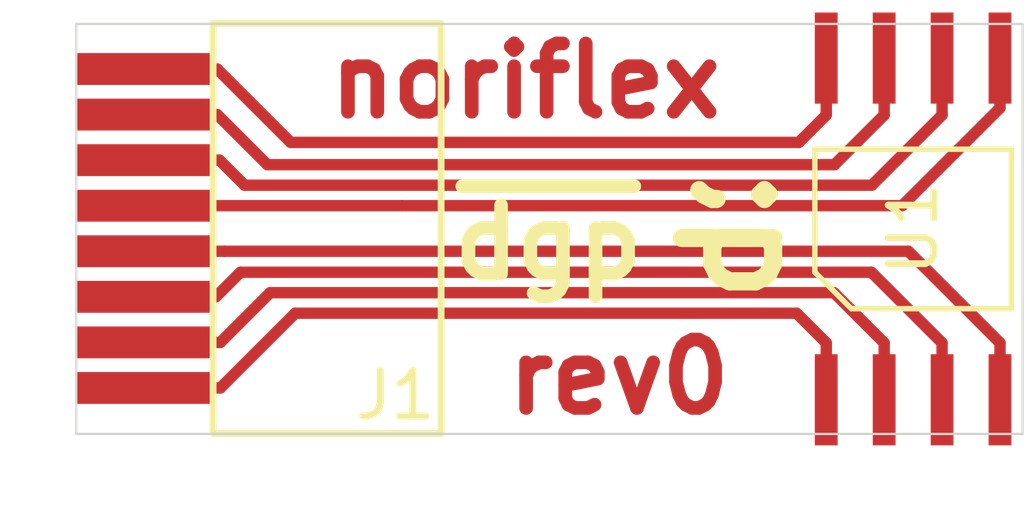
<source format=kicad_pcb>
(kicad_pcb (version 20171130) (host pcbnew 5.1.5+dfsg1-2+b1)

  (general
    (thickness 0.1)
    (drawings 8)
    (tracks 38)
    (zones 0)
    (modules 2)
    (nets 9)
  )

  (page A4)
  (layers
    (0 F.Cu signal)
    (31 B.Cu signal)
    (32 B.Adhes user)
    (33 F.Adhes user)
    (34 B.Paste user)
    (35 F.Paste user)
    (36 B.SilkS user)
    (37 F.SilkS user)
    (38 B.Mask user)
    (39 F.Mask user)
    (40 Dwgs.User user)
    (41 Cmts.User user)
    (42 Eco1.User user)
    (43 Eco2.User user)
    (44 Edge.Cuts user)
    (45 Margin user)
    (46 B.CrtYd user)
    (47 F.CrtYd user)
    (48 B.Fab user)
    (49 F.Fab user)
  )

  (setup
    (last_trace_width 0.25)
    (trace_clearance 0.2)
    (zone_clearance 0.508)
    (zone_45_only no)
    (trace_min 0.2)
    (via_size 0.8)
    (via_drill 0.4)
    (via_min_size 0.4)
    (via_min_drill 0.3)
    (uvia_size 0.3)
    (uvia_drill 0.1)
    (uvias_allowed no)
    (uvia_min_size 0.2)
    (uvia_min_drill 0.1)
    (edge_width 0.05)
    (segment_width 0.2)
    (pcb_text_width 0.3)
    (pcb_text_size 1.5 1.5)
    (mod_edge_width 0.12)
    (mod_text_size 1 1)
    (mod_text_width 0.15)
    (pad_size 1.524 1.524)
    (pad_drill 0.762)
    (pad_to_mask_clearance 0)
    (aux_axis_origin 0 0)
    (visible_elements FFFFFF7F)
    (pcbplotparams
      (layerselection 0x010f0_ffffffff)
      (usegerberextensions false)
      (usegerberattributes false)
      (usegerberadvancedattributes false)
      (creategerberjobfile false)
      (excludeedgelayer true)
      (linewidth 0.150000)
      (plotframeref false)
      (viasonmask false)
      (mode 1)
      (useauxorigin false)
      (hpglpennumber 1)
      (hpglpenspeed 20)
      (hpglpendiameter 15.000000)
      (psnegative false)
      (psa4output false)
      (plotreference true)
      (plotvalue true)
      (plotinvisibletext false)
      (padsonsilk false)
      (subtractmaskfromsilk false)
      (outputformat 1)
      (mirror false)
      (drillshape 0)
      (scaleselection 1)
      (outputdirectory "gerbers/"))
  )

  (net 0 "")
  (net 1 "Net-(J1-Pad4)")
  (net 2 "Net-(J1-Pad5)")
  (net 3 "Net-(J1-Pad3)")
  (net 4 "Net-(J1-Pad6)")
  (net 5 "Net-(J1-Pad2)")
  (net 6 "Net-(J1-Pad7)")
  (net 7 "Net-(J1-Pad1)")
  (net 8 "Net-(J1-Pad8)")

  (net_class Default "This is the default net class."
    (clearance 0.2)
    (trace_width 0.25)
    (via_dia 0.8)
    (via_drill 0.4)
    (uvia_dia 0.3)
    (uvia_drill 0.1)
    (add_net "Net-(J1-Pad1)")
    (add_net "Net-(J1-Pad2)")
    (add_net "Net-(J1-Pad3)")
    (add_net "Net-(J1-Pad4)")
    (add_net "Net-(J1-Pad5)")
    (add_net "Net-(J1-Pad6)")
    (add_net "Net-(J1-Pad7)")
    (add_net "Net-(J1-Pad8)")
  )

  (module fpcedge:1mm8p (layer F.Cu) (tedit 5E7E0DCC) (tstamp 5E7DADFA)
    (at 103.15 91.44 180)
    (path /5E7D57C1)
    (fp_text reference J1 (at -4 -3.66 180) (layer F.SilkS)
      (effects (font (size 1 1) (thickness 0.15)))
    )
    (fp_text value Conn_01x08 (at 0 -5.6 180) (layer F.Fab)
      (effects (font (size 1 1) (thickness 0.15)))
    )
    (fp_line (start 0 -4.5) (end 0 4.5) (layer F.SilkS) (width 0.15))
    (fp_line (start 0 4.5) (end -5 4.5) (layer F.SilkS) (width 0.15))
    (fp_line (start 0 -4.5) (end -5 -4.5) (layer F.SilkS) (width 0.15))
    (fp_line (start -5 -4.5) (end -5 4.5) (layer F.SilkS) (width 0.15))
    (pad 8 smd rect (at 1.5 3.5 90) (size 0.7 3) (layers F.Cu F.Paste F.Mask)
      (net 8 "Net-(J1-Pad8)"))
    (pad 7 smd rect (at 1.5 2.5 90) (size 0.7 3) (layers F.Cu F.Paste F.Mask)
      (net 6 "Net-(J1-Pad7)"))
    (pad 6 smd rect (at 1.5 1.5 90) (size 0.7 3) (layers F.Cu F.Paste F.Mask)
      (net 4 "Net-(J1-Pad6)"))
    (pad 5 smd rect (at 1.5 0.5 90) (size 0.7 3) (layers F.Cu F.Paste F.Mask)
      (net 2 "Net-(J1-Pad5)"))
    (pad 4 smd rect (at 1.5 -0.5 90) (size 0.7 3) (layers F.Cu F.Paste F.Mask)
      (net 1 "Net-(J1-Pad4)"))
    (pad 3 smd rect (at 1.5 -1.5 90) (size 0.7 3) (layers F.Cu F.Paste F.Mask)
      (net 3 "Net-(J1-Pad3)"))
    (pad 2 smd rect (at 1.5 -2.5 90) (size 0.7 3) (layers F.Cu F.Paste F.Mask)
      (net 5 "Net-(J1-Pad2)"))
    (pad 1 smd rect (at 1.5 -3.5 90) (size 0.7 3) (layers F.Cu F.Paste F.Mask)
      (net 7 "Net-(J1-Pad1)"))
  )

  (module noriflex:norsolderdown (layer F.Cu) (tedit 5E7D4A0C) (tstamp 5E7D9B55)
    (at 118.5 91.45)
    (path /5E7D4814)
    (attr smd)
    (fp_text reference U1 (at 0 0 90) (layer F.SilkS)
      (effects (font (size 1 1) (thickness 0.15)))
    )
    (fp_text value spinor (at 0 0) (layer F.Fab)
      (effects (font (size 1 1) (thickness 0.15)))
    )
    (fp_line (start -2.4 5) (end -2.4 -5) (layer F.CrtYd) (width 0.05))
    (fp_line (start 2.4 5) (end -2.4 5) (layer F.CrtYd) (width 0.05))
    (fp_line (start 2.4 -5) (end 2.4 5) (layer F.CrtYd) (width 0.05))
    (fp_line (start -2.4 -5) (end 2.4 -5) (layer F.CrtYd) (width 0.05))
    (fp_line (start 2.155 1.75) (end -1.355 1.75) (layer F.SilkS) (width 0.12))
    (fp_line (start 2.155 -1.75) (end 2.155 1.75) (layer F.SilkS) (width 0.12))
    (fp_line (start -2.155 -1.75) (end 2.155 -1.75) (layer F.SilkS) (width 0.12))
    (fp_line (start -2.155 0.95) (end -2.155 -1.75) (layer F.SilkS) (width 0.12))
    (fp_line (start -1.355 1.75) (end -2.155 0.95) (layer F.SilkS) (width 0.12))
    (pad 4 smd rect (at 1.905 3.75) (size 0.5 2) (layers F.Cu F.Paste F.Mask)
      (net 1 "Net-(J1-Pad4)"))
    (pad 5 smd rect (at 1.905 -3.75) (size 0.5 2) (layers F.Cu F.Paste F.Mask)
      (net 2 "Net-(J1-Pad5)"))
    (pad 3 smd rect (at 0.635 3.75) (size 0.5 2) (layers F.Cu F.Paste F.Mask)
      (net 3 "Net-(J1-Pad3)"))
    (pad 6 smd rect (at 0.635 -3.75) (size 0.5 2) (layers F.Cu F.Paste F.Mask)
      (net 4 "Net-(J1-Pad6)"))
    (pad 2 smd rect (at -0.635 3.75) (size 0.5 2) (layers F.Cu F.Paste F.Mask)
      (net 5 "Net-(J1-Pad2)"))
    (pad 7 smd rect (at -0.635 -3.75) (size 0.5 2) (layers F.Cu F.Paste F.Mask)
      (net 6 "Net-(J1-Pad7)"))
    (pad 1 smd rect (at -1.905 3.75) (size 0.5 2) (layers F.Cu F.Paste F.Mask)
      (net 7 "Net-(J1-Pad1)"))
    (pad 8 smd rect (at -1.905 -3.75) (size 0.5 2) (layers F.Cu F.Paste F.Mask)
      (net 8 "Net-(J1-Pad8)"))
  )

  (gr_text ;p (at 115 91.6 270) (layer F.SilkS)
    (effects (font (size 2 2) (thickness 0.4)))
  )
  (gr_text ~dgp (at 110.5 91.75) (layer F.SilkS)
    (effects (font (size 1.5 1.5) (thickness 0.3)))
  )
  (gr_text rev0 (at 112.05 94.7) (layer F.Cu)
    (effects (font (size 1.5 1.5) (thickness 0.3)))
  )
  (gr_text noriflex (at 110 88.2) (layer F.Cu)
    (effects (font (size 1.5 1.5) (thickness 0.3)))
  )
  (gr_line (start 120.9 86.95) (end 120.9 95.95) (layer Edge.Cuts) (width 0.05) (tstamp 5E7E0AF4))
  (gr_line (start 100.15 86.95) (end 120.9 86.95) (layer Edge.Cuts) (width 0.05))
  (gr_line (start 100.15 95.95) (end 120.9 95.95) (layer Edge.Cuts) (width 0.05))
  (gr_line (start 100.15 86.95) (end 100.15 95.95) (layer Edge.Cuts) (width 0.05))

  (segment (start 103.4 91.94) (end 101.65 91.94) (width 0.25) (layer F.Cu) (net 1))
  (segment (start 118.395 91.94) (end 103.4 91.94) (width 0.25) (layer F.Cu) (net 1))
  (segment (start 120.405 93.95) (end 118.395 91.94) (width 0.25) (layer F.Cu) (net 1))
  (segment (start 120.405 95.2) (end 120.405 93.95) (width 0.25) (layer F.Cu) (net 1))
  (segment (start 107.29 90.94) (end 101.65 90.94) (width 0.25) (layer F.Cu) (net 2))
  (segment (start 120.405 88.795) (end 118.26 90.94) (width 0.25) (layer F.Cu) (net 2))
  (segment (start 120.405 87.7) (end 120.405 88.795) (width 0.25) (layer F.Cu) (net 2))
  (segment (start 118.26 90.94) (end 107.29 90.94) (width 0.25) (layer F.Cu) (net 2))
  (segment (start 103.21 92.94) (end 101.65 92.94) (width 0.25) (layer F.Cu) (net 3))
  (segment (start 103.750022 92.399978) (end 103.21 92.94) (width 0.25) (layer F.Cu) (net 3))
  (segment (start 117.584978 92.399978) (end 103.750022 92.399978) (width 0.25) (layer F.Cu) (net 3))
  (segment (start 119.135 93.95) (end 117.584978 92.399978) (width 0.25) (layer F.Cu) (net 3))
  (segment (start 119.135 95.2) (end 119.135 93.95) (width 0.25) (layer F.Cu) (net 3))
  (segment (start 103.29 89.94) (end 101.65 89.94) (width 0.25) (layer F.Cu) (net 4))
  (segment (start 103.839989 90.489989) (end 103.29 89.94) (width 0.25) (layer F.Cu) (net 4))
  (segment (start 117.595011 90.489989) (end 103.839989 90.489989) (width 0.25) (layer F.Cu) (net 4))
  (segment (start 119.135 88.95) (end 117.595011 90.489989) (width 0.25) (layer F.Cu) (net 4))
  (segment (start 119.135 87.7) (end 119.135 88.95) (width 0.25) (layer F.Cu) (net 4))
  (segment (start 117.865 93.95) (end 117.865 95.2) (width 0.25) (layer F.Cu) (net 5))
  (segment (start 116.764989 92.849989) (end 117.865 93.95) (width 0.25) (layer F.Cu) (net 5))
  (segment (start 104.400011 92.849989) (end 116.764989 92.849989) (width 0.25) (layer F.Cu) (net 5))
  (segment (start 103.31 93.94) (end 104.400011 92.849989) (width 0.25) (layer F.Cu) (net 5))
  (segment (start 101.65 93.94) (end 103.31 93.94) (width 0.25) (layer F.Cu) (net 5))
  (segment (start 103.24 88.94) (end 101.65 88.94) (width 0.25) (layer F.Cu) (net 6))
  (segment (start 104.339978 90.039978) (end 103.24 88.94) (width 0.25) (layer F.Cu) (net 6))
  (segment (start 116.775022 90.039978) (end 104.339978 90.039978) (width 0.25) (layer F.Cu) (net 6))
  (segment (start 117.865 88.95) (end 116.775022 90.039978) (width 0.25) (layer F.Cu) (net 6))
  (segment (start 117.865 87.7) (end 117.865 88.95) (width 0.25) (layer F.Cu) (net 6))
  (segment (start 103.31 94.94) (end 101.65 94.94) (width 0.25) (layer F.Cu) (net 7))
  (segment (start 104.95 93.3) (end 103.31 94.94) (width 0.25) (layer F.Cu) (net 7))
  (segment (start 115.945 93.3) (end 104.95 93.3) (width 0.25) (layer F.Cu) (net 7))
  (segment (start 116.595 93.95) (end 115.945 93.3) (width 0.25) (layer F.Cu) (net 7))
  (segment (start 116.595 95.2) (end 116.595 93.95) (width 0.25) (layer F.Cu) (net 7))
  (segment (start 115.995 89.55) (end 116.595 88.95) (width 0.25) (layer F.Cu) (net 8))
  (segment (start 104.85 89.55) (end 115.995 89.55) (width 0.25) (layer F.Cu) (net 8))
  (segment (start 116.595 88.95) (end 116.595 87.7) (width 0.25) (layer F.Cu) (net 8))
  (segment (start 103.24 87.94) (end 104.85 89.55) (width 0.25) (layer F.Cu) (net 8))
  (segment (start 101.65 87.94) (end 103.24 87.94) (width 0.25) (layer F.Cu) (net 8))

)

</source>
